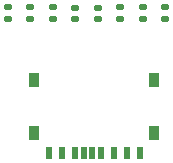
<source format=gbp>
%TF.GenerationSoftware,KiCad,Pcbnew,7.0.6*%
%TF.CreationDate,2023-12-06T13:06:40-07:00*%
%TF.ProjectId,SparkFun_Thing_Plus_ESP32-S3,53706172-6b46-4756-9e5f-5468696e675f,rev?*%
%TF.SameCoordinates,Original*%
%TF.FileFunction,Paste,Bot*%
%TF.FilePolarity,Positive*%
%FSLAX46Y46*%
G04 Gerber Fmt 4.6, Leading zero omitted, Abs format (unit mm)*
G04 Created by KiCad (PCBNEW 7.0.6) date 2023-12-06 13:06:40*
%MOMM*%
%LPD*%
G01*
G04 APERTURE LIST*
G04 Aperture macros list*
%AMRoundRect*
0 Rectangle with rounded corners*
0 $1 Rounding radius*
0 $2 $3 $4 $5 $6 $7 $8 $9 X,Y pos of 4 corners*
0 Add a 4 corners polygon primitive as box body*
4,1,4,$2,$3,$4,$5,$6,$7,$8,$9,$2,$3,0*
0 Add four circle primitives for the rounded corners*
1,1,$1+$1,$2,$3*
1,1,$1+$1,$4,$5*
1,1,$1+$1,$6,$7*
1,1,$1+$1,$8,$9*
0 Add four rect primitives between the rounded corners*
20,1,$1+$1,$2,$3,$4,$5,0*
20,1,$1+$1,$4,$5,$6,$7,0*
20,1,$1+$1,$6,$7,$8,$9,0*
20,1,$1+$1,$8,$9,$2,$3,0*%
G04 Aperture macros list end*
%ADD10RoundRect,0.135000X-0.185000X0.135000X-0.185000X-0.135000X0.185000X-0.135000X0.185000X0.135000X0*%
%ADD11RoundRect,0.140000X0.170000X-0.140000X0.170000X0.140000X-0.170000X0.140000X-0.170000X-0.140000X0*%
%ADD12R,0.500000X1.000000*%
%ADD13R,0.950000X1.200000*%
G04 APERTURE END LIST*
D10*
%TO.C,R3*%
X16192500Y19560000D03*
X16192500Y18540000D03*
%TD*%
D11*
%TO.C,C5*%
X12382500Y18570000D03*
X12382500Y19530000D03*
%TD*%
D10*
%TO.C,R6*%
X6667500Y19560000D03*
X6667500Y18540000D03*
%TD*%
D12*
%TO.C,J2*%
X8215000Y7201000D03*
X9315000Y7201000D03*
X10415000Y7201000D03*
X11165000Y7201000D03*
X12615000Y7201000D03*
X13715000Y7201000D03*
X14815000Y7201000D03*
X15915000Y7201000D03*
X11865000Y7201000D03*
D13*
X17165000Y8951000D03*
X17165000Y13401000D03*
X6965000Y8951000D03*
X6965000Y13401000D03*
%TD*%
D10*
%TO.C,R2*%
X14287500Y19560000D03*
X14287500Y18540000D03*
%TD*%
%TO.C,R5*%
X4762500Y19560000D03*
X4762500Y18540000D03*
%TD*%
%TO.C,R4*%
X18097500Y19560000D03*
X18097500Y18540000D03*
%TD*%
%TO.C,R1*%
X8572500Y19560000D03*
X8572500Y18540000D03*
%TD*%
D11*
%TO.C,C4*%
X10477500Y18570000D03*
X10477500Y19530000D03*
%TD*%
M02*

</source>
